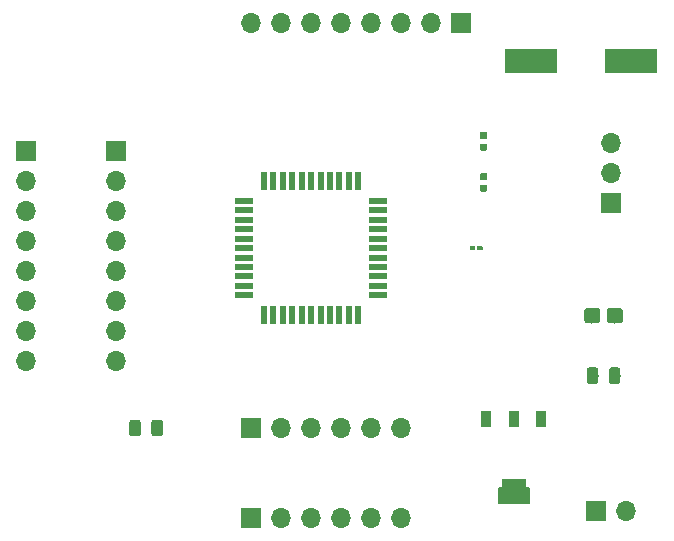
<source format=gbr>
G04 #@! TF.GenerationSoftware,KiCad,Pcbnew,(5.0.0-3-g5ebb6b6)*
G04 #@! TF.CreationDate,2021-02-23T05:46:04-05:00*
G04 #@! TF.ProjectId,PIC16F74Breakout,5049433136463734427265616B6F7574,rev?*
G04 #@! TF.SameCoordinates,Original*
G04 #@! TF.FileFunction,Soldermask,Top*
G04 #@! TF.FilePolarity,Negative*
%FSLAX46Y46*%
G04 Gerber Fmt 4.6, Leading zero omitted, Abs format (unit mm)*
G04 Created by KiCad (PCBNEW (5.0.0-3-g5ebb6b6)) date Tuesday, February 23, 2021 at 05:46:04 AM*
%MOMM*%
%LPD*%
G01*
G04 APERTURE LIST*
%ADD10C,0.150000*%
%ADD11R,0.889000X1.473200*%
%ADD12R,2.000000X1.500000*%
%ADD13C,0.100000*%
%ADD14C,0.590000*%
%ADD15C,0.400000*%
%ADD16C,1.300000*%
%ADD17R,1.500000X0.550000*%
%ADD18R,0.550000X1.500000*%
%ADD19R,1.700000X1.700000*%
%ADD20O,1.700000X1.700000*%
%ADD21C,0.975000*%
%ADD22R,4.500000X2.000000*%
G04 APERTURE END LIST*
D10*
G36*
X156845000Y-113665000D02*
X156845000Y-114935000D01*
X159385000Y-114935000D01*
X159385000Y-113665000D01*
X156845000Y-113665000D01*
G37*
X156845000Y-113665000D02*
X156845000Y-114935000D01*
X159385000Y-114935000D01*
X159385000Y-113665000D01*
X156845000Y-113665000D01*
D11*
G04 #@! TO.C,U1*
X160415000Y-107856000D03*
X158115000Y-107856000D03*
X155815000Y-107856000D03*
D12*
X158115000Y-113665000D03*
G04 #@! TD*
D13*
G04 #@! TO.C,C1*
G36*
X155761958Y-87970710D02*
X155776276Y-87972834D01*
X155790317Y-87976351D01*
X155803946Y-87981228D01*
X155817031Y-87987417D01*
X155829447Y-87994858D01*
X155841073Y-88003481D01*
X155851798Y-88013202D01*
X155861519Y-88023927D01*
X155870142Y-88035553D01*
X155877583Y-88047969D01*
X155883772Y-88061054D01*
X155888649Y-88074683D01*
X155892166Y-88088724D01*
X155894290Y-88103042D01*
X155895000Y-88117500D01*
X155895000Y-88412500D01*
X155894290Y-88426958D01*
X155892166Y-88441276D01*
X155888649Y-88455317D01*
X155883772Y-88468946D01*
X155877583Y-88482031D01*
X155870142Y-88494447D01*
X155861519Y-88506073D01*
X155851798Y-88516798D01*
X155841073Y-88526519D01*
X155829447Y-88535142D01*
X155817031Y-88542583D01*
X155803946Y-88548772D01*
X155790317Y-88553649D01*
X155776276Y-88557166D01*
X155761958Y-88559290D01*
X155747500Y-88560000D01*
X155402500Y-88560000D01*
X155388042Y-88559290D01*
X155373724Y-88557166D01*
X155359683Y-88553649D01*
X155346054Y-88548772D01*
X155332969Y-88542583D01*
X155320553Y-88535142D01*
X155308927Y-88526519D01*
X155298202Y-88516798D01*
X155288481Y-88506073D01*
X155279858Y-88494447D01*
X155272417Y-88482031D01*
X155266228Y-88468946D01*
X155261351Y-88455317D01*
X155257834Y-88441276D01*
X155255710Y-88426958D01*
X155255000Y-88412500D01*
X155255000Y-88117500D01*
X155255710Y-88103042D01*
X155257834Y-88088724D01*
X155261351Y-88074683D01*
X155266228Y-88061054D01*
X155272417Y-88047969D01*
X155279858Y-88035553D01*
X155288481Y-88023927D01*
X155298202Y-88013202D01*
X155308927Y-88003481D01*
X155320553Y-87994858D01*
X155332969Y-87987417D01*
X155346054Y-87981228D01*
X155359683Y-87976351D01*
X155373724Y-87972834D01*
X155388042Y-87970710D01*
X155402500Y-87970000D01*
X155747500Y-87970000D01*
X155761958Y-87970710D01*
X155761958Y-87970710D01*
G37*
D14*
X155575000Y-88265000D03*
D13*
G36*
X155761958Y-87000710D02*
X155776276Y-87002834D01*
X155790317Y-87006351D01*
X155803946Y-87011228D01*
X155817031Y-87017417D01*
X155829447Y-87024858D01*
X155841073Y-87033481D01*
X155851798Y-87043202D01*
X155861519Y-87053927D01*
X155870142Y-87065553D01*
X155877583Y-87077969D01*
X155883772Y-87091054D01*
X155888649Y-87104683D01*
X155892166Y-87118724D01*
X155894290Y-87133042D01*
X155895000Y-87147500D01*
X155895000Y-87442500D01*
X155894290Y-87456958D01*
X155892166Y-87471276D01*
X155888649Y-87485317D01*
X155883772Y-87498946D01*
X155877583Y-87512031D01*
X155870142Y-87524447D01*
X155861519Y-87536073D01*
X155851798Y-87546798D01*
X155841073Y-87556519D01*
X155829447Y-87565142D01*
X155817031Y-87572583D01*
X155803946Y-87578772D01*
X155790317Y-87583649D01*
X155776276Y-87587166D01*
X155761958Y-87589290D01*
X155747500Y-87590000D01*
X155402500Y-87590000D01*
X155388042Y-87589290D01*
X155373724Y-87587166D01*
X155359683Y-87583649D01*
X155346054Y-87578772D01*
X155332969Y-87572583D01*
X155320553Y-87565142D01*
X155308927Y-87556519D01*
X155298202Y-87546798D01*
X155288481Y-87536073D01*
X155279858Y-87524447D01*
X155272417Y-87512031D01*
X155266228Y-87498946D01*
X155261351Y-87485317D01*
X155257834Y-87471276D01*
X155255710Y-87456958D01*
X155255000Y-87442500D01*
X155255000Y-87147500D01*
X155255710Y-87133042D01*
X155257834Y-87118724D01*
X155261351Y-87104683D01*
X155266228Y-87091054D01*
X155272417Y-87077969D01*
X155279858Y-87065553D01*
X155288481Y-87053927D01*
X155298202Y-87043202D01*
X155308927Y-87033481D01*
X155320553Y-87024858D01*
X155332969Y-87017417D01*
X155346054Y-87011228D01*
X155359683Y-87006351D01*
X155373724Y-87002834D01*
X155388042Y-87000710D01*
X155402500Y-87000000D01*
X155747500Y-87000000D01*
X155761958Y-87000710D01*
X155761958Y-87000710D01*
G37*
D14*
X155575000Y-87295000D03*
G04 #@! TD*
D13*
G04 #@! TO.C,C2*
G36*
X155761958Y-83525710D02*
X155776276Y-83527834D01*
X155790317Y-83531351D01*
X155803946Y-83536228D01*
X155817031Y-83542417D01*
X155829447Y-83549858D01*
X155841073Y-83558481D01*
X155851798Y-83568202D01*
X155861519Y-83578927D01*
X155870142Y-83590553D01*
X155877583Y-83602969D01*
X155883772Y-83616054D01*
X155888649Y-83629683D01*
X155892166Y-83643724D01*
X155894290Y-83658042D01*
X155895000Y-83672500D01*
X155895000Y-83967500D01*
X155894290Y-83981958D01*
X155892166Y-83996276D01*
X155888649Y-84010317D01*
X155883772Y-84023946D01*
X155877583Y-84037031D01*
X155870142Y-84049447D01*
X155861519Y-84061073D01*
X155851798Y-84071798D01*
X155841073Y-84081519D01*
X155829447Y-84090142D01*
X155817031Y-84097583D01*
X155803946Y-84103772D01*
X155790317Y-84108649D01*
X155776276Y-84112166D01*
X155761958Y-84114290D01*
X155747500Y-84115000D01*
X155402500Y-84115000D01*
X155388042Y-84114290D01*
X155373724Y-84112166D01*
X155359683Y-84108649D01*
X155346054Y-84103772D01*
X155332969Y-84097583D01*
X155320553Y-84090142D01*
X155308927Y-84081519D01*
X155298202Y-84071798D01*
X155288481Y-84061073D01*
X155279858Y-84049447D01*
X155272417Y-84037031D01*
X155266228Y-84023946D01*
X155261351Y-84010317D01*
X155257834Y-83996276D01*
X155255710Y-83981958D01*
X155255000Y-83967500D01*
X155255000Y-83672500D01*
X155255710Y-83658042D01*
X155257834Y-83643724D01*
X155261351Y-83629683D01*
X155266228Y-83616054D01*
X155272417Y-83602969D01*
X155279858Y-83590553D01*
X155288481Y-83578927D01*
X155298202Y-83568202D01*
X155308927Y-83558481D01*
X155320553Y-83549858D01*
X155332969Y-83542417D01*
X155346054Y-83536228D01*
X155359683Y-83531351D01*
X155373724Y-83527834D01*
X155388042Y-83525710D01*
X155402500Y-83525000D01*
X155747500Y-83525000D01*
X155761958Y-83525710D01*
X155761958Y-83525710D01*
G37*
D14*
X155575000Y-83820000D03*
D13*
G36*
X155761958Y-84495710D02*
X155776276Y-84497834D01*
X155790317Y-84501351D01*
X155803946Y-84506228D01*
X155817031Y-84512417D01*
X155829447Y-84519858D01*
X155841073Y-84528481D01*
X155851798Y-84538202D01*
X155861519Y-84548927D01*
X155870142Y-84560553D01*
X155877583Y-84572969D01*
X155883772Y-84586054D01*
X155888649Y-84599683D01*
X155892166Y-84613724D01*
X155894290Y-84628042D01*
X155895000Y-84642500D01*
X155895000Y-84937500D01*
X155894290Y-84951958D01*
X155892166Y-84966276D01*
X155888649Y-84980317D01*
X155883772Y-84993946D01*
X155877583Y-85007031D01*
X155870142Y-85019447D01*
X155861519Y-85031073D01*
X155851798Y-85041798D01*
X155841073Y-85051519D01*
X155829447Y-85060142D01*
X155817031Y-85067583D01*
X155803946Y-85073772D01*
X155790317Y-85078649D01*
X155776276Y-85082166D01*
X155761958Y-85084290D01*
X155747500Y-85085000D01*
X155402500Y-85085000D01*
X155388042Y-85084290D01*
X155373724Y-85082166D01*
X155359683Y-85078649D01*
X155346054Y-85073772D01*
X155332969Y-85067583D01*
X155320553Y-85060142D01*
X155308927Y-85051519D01*
X155298202Y-85041798D01*
X155288481Y-85031073D01*
X155279858Y-85019447D01*
X155272417Y-85007031D01*
X155266228Y-84993946D01*
X155261351Y-84980317D01*
X155257834Y-84966276D01*
X155255710Y-84951958D01*
X155255000Y-84937500D01*
X155255000Y-84642500D01*
X155255710Y-84628042D01*
X155257834Y-84613724D01*
X155261351Y-84599683D01*
X155266228Y-84586054D01*
X155272417Y-84572969D01*
X155279858Y-84560553D01*
X155288481Y-84548927D01*
X155298202Y-84538202D01*
X155308927Y-84528481D01*
X155320553Y-84519858D01*
X155332969Y-84512417D01*
X155346054Y-84506228D01*
X155359683Y-84501351D01*
X155373724Y-84497834D01*
X155388042Y-84495710D01*
X155402500Y-84495000D01*
X155747500Y-84495000D01*
X155761958Y-84495710D01*
X155761958Y-84495710D01*
G37*
D14*
X155575000Y-84790000D03*
G04 #@! TD*
D13*
G04 #@! TO.C,C3*
G36*
X154759802Y-93145482D02*
X154769509Y-93146921D01*
X154779028Y-93149306D01*
X154788268Y-93152612D01*
X154797140Y-93156808D01*
X154805557Y-93161853D01*
X154813439Y-93167699D01*
X154820711Y-93174289D01*
X154827301Y-93181561D01*
X154833147Y-93189443D01*
X154838192Y-93197860D01*
X154842388Y-93206732D01*
X154845694Y-93215972D01*
X154848079Y-93225491D01*
X154849518Y-93235198D01*
X154850000Y-93245000D01*
X154850000Y-93445000D01*
X154849518Y-93454802D01*
X154848079Y-93464509D01*
X154845694Y-93474028D01*
X154842388Y-93483268D01*
X154838192Y-93492140D01*
X154833147Y-93500557D01*
X154827301Y-93508439D01*
X154820711Y-93515711D01*
X154813439Y-93522301D01*
X154805557Y-93528147D01*
X154797140Y-93533192D01*
X154788268Y-93537388D01*
X154779028Y-93540694D01*
X154769509Y-93543079D01*
X154759802Y-93544518D01*
X154750000Y-93545000D01*
X154490000Y-93545000D01*
X154480198Y-93544518D01*
X154470491Y-93543079D01*
X154460972Y-93540694D01*
X154451732Y-93537388D01*
X154442860Y-93533192D01*
X154434443Y-93528147D01*
X154426561Y-93522301D01*
X154419289Y-93515711D01*
X154412699Y-93508439D01*
X154406853Y-93500557D01*
X154401808Y-93492140D01*
X154397612Y-93483268D01*
X154394306Y-93474028D01*
X154391921Y-93464509D01*
X154390482Y-93454802D01*
X154390000Y-93445000D01*
X154390000Y-93245000D01*
X154390482Y-93235198D01*
X154391921Y-93225491D01*
X154394306Y-93215972D01*
X154397612Y-93206732D01*
X154401808Y-93197860D01*
X154406853Y-93189443D01*
X154412699Y-93181561D01*
X154419289Y-93174289D01*
X154426561Y-93167699D01*
X154434443Y-93161853D01*
X154442860Y-93156808D01*
X154451732Y-93152612D01*
X154460972Y-93149306D01*
X154470491Y-93146921D01*
X154480198Y-93145482D01*
X154490000Y-93145000D01*
X154750000Y-93145000D01*
X154759802Y-93145482D01*
X154759802Y-93145482D01*
G37*
D15*
X154620000Y-93345000D03*
D13*
G36*
X155399802Y-93145482D02*
X155409509Y-93146921D01*
X155419028Y-93149306D01*
X155428268Y-93152612D01*
X155437140Y-93156808D01*
X155445557Y-93161853D01*
X155453439Y-93167699D01*
X155460711Y-93174289D01*
X155467301Y-93181561D01*
X155473147Y-93189443D01*
X155478192Y-93197860D01*
X155482388Y-93206732D01*
X155485694Y-93215972D01*
X155488079Y-93225491D01*
X155489518Y-93235198D01*
X155490000Y-93245000D01*
X155490000Y-93445000D01*
X155489518Y-93454802D01*
X155488079Y-93464509D01*
X155485694Y-93474028D01*
X155482388Y-93483268D01*
X155478192Y-93492140D01*
X155473147Y-93500557D01*
X155467301Y-93508439D01*
X155460711Y-93515711D01*
X155453439Y-93522301D01*
X155445557Y-93528147D01*
X155437140Y-93533192D01*
X155428268Y-93537388D01*
X155419028Y-93540694D01*
X155409509Y-93543079D01*
X155399802Y-93544518D01*
X155390000Y-93545000D01*
X155130000Y-93545000D01*
X155120198Y-93544518D01*
X155110491Y-93543079D01*
X155100972Y-93540694D01*
X155091732Y-93537388D01*
X155082860Y-93533192D01*
X155074443Y-93528147D01*
X155066561Y-93522301D01*
X155059289Y-93515711D01*
X155052699Y-93508439D01*
X155046853Y-93500557D01*
X155041808Y-93492140D01*
X155037612Y-93483268D01*
X155034306Y-93474028D01*
X155031921Y-93464509D01*
X155030482Y-93454802D01*
X155030000Y-93445000D01*
X155030000Y-93245000D01*
X155030482Y-93235198D01*
X155031921Y-93225491D01*
X155034306Y-93215972D01*
X155037612Y-93206732D01*
X155041808Y-93197860D01*
X155046853Y-93189443D01*
X155052699Y-93181561D01*
X155059289Y-93174289D01*
X155066561Y-93167699D01*
X155074443Y-93161853D01*
X155082860Y-93156808D01*
X155091732Y-93152612D01*
X155100972Y-93149306D01*
X155110491Y-93146921D01*
X155120198Y-93145482D01*
X155130000Y-93145000D01*
X155390000Y-93145000D01*
X155399802Y-93145482D01*
X155399802Y-93145482D01*
G37*
D15*
X155260000Y-93345000D03*
G04 #@! TD*
D13*
G04 #@! TO.C,D1*
G36*
X165209504Y-98411204D02*
X165233773Y-98414804D01*
X165257571Y-98420765D01*
X165280671Y-98429030D01*
X165302849Y-98439520D01*
X165323893Y-98452133D01*
X165343598Y-98466747D01*
X165361777Y-98483223D01*
X165378253Y-98501402D01*
X165392867Y-98521107D01*
X165405480Y-98542151D01*
X165415970Y-98564329D01*
X165424235Y-98587429D01*
X165430196Y-98611227D01*
X165433796Y-98635496D01*
X165435000Y-98660000D01*
X165435000Y-99460000D01*
X165433796Y-99484504D01*
X165430196Y-99508773D01*
X165424235Y-99532571D01*
X165415970Y-99555671D01*
X165405480Y-99577849D01*
X165392867Y-99598893D01*
X165378253Y-99618598D01*
X165361777Y-99636777D01*
X165343598Y-99653253D01*
X165323893Y-99667867D01*
X165302849Y-99680480D01*
X165280671Y-99690970D01*
X165257571Y-99699235D01*
X165233773Y-99705196D01*
X165209504Y-99708796D01*
X165185000Y-99710000D01*
X164360000Y-99710000D01*
X164335496Y-99708796D01*
X164311227Y-99705196D01*
X164287429Y-99699235D01*
X164264329Y-99690970D01*
X164242151Y-99680480D01*
X164221107Y-99667867D01*
X164201402Y-99653253D01*
X164183223Y-99636777D01*
X164166747Y-99618598D01*
X164152133Y-99598893D01*
X164139520Y-99577849D01*
X164129030Y-99555671D01*
X164120765Y-99532571D01*
X164114804Y-99508773D01*
X164111204Y-99484504D01*
X164110000Y-99460000D01*
X164110000Y-98660000D01*
X164111204Y-98635496D01*
X164114804Y-98611227D01*
X164120765Y-98587429D01*
X164129030Y-98564329D01*
X164139520Y-98542151D01*
X164152133Y-98521107D01*
X164166747Y-98501402D01*
X164183223Y-98483223D01*
X164201402Y-98466747D01*
X164221107Y-98452133D01*
X164242151Y-98439520D01*
X164264329Y-98429030D01*
X164287429Y-98420765D01*
X164311227Y-98414804D01*
X164335496Y-98411204D01*
X164360000Y-98410000D01*
X165185000Y-98410000D01*
X165209504Y-98411204D01*
X165209504Y-98411204D01*
G37*
D16*
X164772500Y-99060000D03*
D13*
G36*
X167134504Y-98411204D02*
X167158773Y-98414804D01*
X167182571Y-98420765D01*
X167205671Y-98429030D01*
X167227849Y-98439520D01*
X167248893Y-98452133D01*
X167268598Y-98466747D01*
X167286777Y-98483223D01*
X167303253Y-98501402D01*
X167317867Y-98521107D01*
X167330480Y-98542151D01*
X167340970Y-98564329D01*
X167349235Y-98587429D01*
X167355196Y-98611227D01*
X167358796Y-98635496D01*
X167360000Y-98660000D01*
X167360000Y-99460000D01*
X167358796Y-99484504D01*
X167355196Y-99508773D01*
X167349235Y-99532571D01*
X167340970Y-99555671D01*
X167330480Y-99577849D01*
X167317867Y-99598893D01*
X167303253Y-99618598D01*
X167286777Y-99636777D01*
X167268598Y-99653253D01*
X167248893Y-99667867D01*
X167227849Y-99680480D01*
X167205671Y-99690970D01*
X167182571Y-99699235D01*
X167158773Y-99705196D01*
X167134504Y-99708796D01*
X167110000Y-99710000D01*
X166285000Y-99710000D01*
X166260496Y-99708796D01*
X166236227Y-99705196D01*
X166212429Y-99699235D01*
X166189329Y-99690970D01*
X166167151Y-99680480D01*
X166146107Y-99667867D01*
X166126402Y-99653253D01*
X166108223Y-99636777D01*
X166091747Y-99618598D01*
X166077133Y-99598893D01*
X166064520Y-99577849D01*
X166054030Y-99555671D01*
X166045765Y-99532571D01*
X166039804Y-99508773D01*
X166036204Y-99484504D01*
X166035000Y-99460000D01*
X166035000Y-98660000D01*
X166036204Y-98635496D01*
X166039804Y-98611227D01*
X166045765Y-98587429D01*
X166054030Y-98564329D01*
X166064520Y-98542151D01*
X166077133Y-98521107D01*
X166091747Y-98501402D01*
X166108223Y-98483223D01*
X166126402Y-98466747D01*
X166146107Y-98452133D01*
X166167151Y-98439520D01*
X166189329Y-98429030D01*
X166212429Y-98420765D01*
X166236227Y-98414804D01*
X166260496Y-98411204D01*
X166285000Y-98410000D01*
X167110000Y-98410000D01*
X167134504Y-98411204D01*
X167134504Y-98411204D01*
G37*
D16*
X166697500Y-99060000D03*
G04 #@! TD*
D17*
G04 #@! TO.C,IC1*
X135270000Y-89345000D03*
X135270000Y-90145000D03*
X135270000Y-90945000D03*
X135270000Y-91745000D03*
X135270000Y-92545000D03*
X135270000Y-93345000D03*
X135270000Y-94145000D03*
X135270000Y-94945000D03*
X135270000Y-95745000D03*
X135270000Y-96545000D03*
X135270000Y-97345000D03*
D18*
X136970000Y-99045000D03*
X137770000Y-99045000D03*
X138570000Y-99045000D03*
X139370000Y-99045000D03*
X140170000Y-99045000D03*
X140970000Y-99045000D03*
X141770000Y-99045000D03*
X142570000Y-99045000D03*
X143370000Y-99045000D03*
X144170000Y-99045000D03*
X144970000Y-99045000D03*
D17*
X146670000Y-97345000D03*
X146670000Y-96545000D03*
X146670000Y-95745000D03*
X146670000Y-94945000D03*
X146670000Y-94145000D03*
X146670000Y-93345000D03*
X146670000Y-92545000D03*
X146670000Y-91745000D03*
X146670000Y-90945000D03*
X146670000Y-90145000D03*
X146670000Y-89345000D03*
D18*
X144970000Y-87645000D03*
X144170000Y-87645000D03*
X143370000Y-87645000D03*
X142570000Y-87645000D03*
X141770000Y-87645000D03*
X140970000Y-87645000D03*
X140170000Y-87645000D03*
X139370000Y-87645000D03*
X138570000Y-87645000D03*
X137770000Y-87645000D03*
X136970000Y-87645000D03*
G04 #@! TD*
D19*
G04 #@! TO.C,J1*
X135890000Y-116205000D03*
D20*
X138430000Y-116205000D03*
X140970000Y-116205000D03*
X143510000Y-116205000D03*
X146050000Y-116205000D03*
X148590000Y-116205000D03*
G04 #@! TD*
D19*
G04 #@! TO.C,J2*
X165100000Y-115570000D03*
D20*
X167640000Y-115570000D03*
G04 #@! TD*
D19*
G04 #@! TO.C,J3*
X116840000Y-85090000D03*
D20*
X116840000Y-87630000D03*
X116840000Y-90170000D03*
X116840000Y-92710000D03*
X116840000Y-95250000D03*
X116840000Y-97790000D03*
X116840000Y-100330000D03*
X116840000Y-102870000D03*
G04 #@! TD*
G04 #@! TO.C,J4*
X148590000Y-108585000D03*
X146050000Y-108585000D03*
X143510000Y-108585000D03*
X140970000Y-108585000D03*
X138430000Y-108585000D03*
D19*
X135890000Y-108585000D03*
G04 #@! TD*
G04 #@! TO.C,J5*
X124460000Y-85090000D03*
D20*
X124460000Y-87630000D03*
X124460000Y-90170000D03*
X124460000Y-92710000D03*
X124460000Y-95250000D03*
X124460000Y-97790000D03*
X124460000Y-100330000D03*
X124460000Y-102870000D03*
G04 #@! TD*
G04 #@! TO.C,J6*
X135890000Y-74295000D03*
X138430000Y-74295000D03*
X140970000Y-74295000D03*
X143510000Y-74295000D03*
X146050000Y-74295000D03*
X148590000Y-74295000D03*
X151130000Y-74295000D03*
D19*
X153670000Y-74295000D03*
G04 #@! TD*
G04 #@! TO.C,J7*
X166370000Y-89535000D03*
D20*
X166370000Y-86995000D03*
X166370000Y-84455000D03*
G04 #@! TD*
D13*
G04 #@! TO.C,R1*
G36*
X126330142Y-107886174D02*
X126353803Y-107889684D01*
X126377007Y-107895496D01*
X126399529Y-107903554D01*
X126421153Y-107913782D01*
X126441670Y-107926079D01*
X126460883Y-107940329D01*
X126478607Y-107956393D01*
X126494671Y-107974117D01*
X126508921Y-107993330D01*
X126521218Y-108013847D01*
X126531446Y-108035471D01*
X126539504Y-108057993D01*
X126545316Y-108081197D01*
X126548826Y-108104858D01*
X126550000Y-108128750D01*
X126550000Y-109041250D01*
X126548826Y-109065142D01*
X126545316Y-109088803D01*
X126539504Y-109112007D01*
X126531446Y-109134529D01*
X126521218Y-109156153D01*
X126508921Y-109176670D01*
X126494671Y-109195883D01*
X126478607Y-109213607D01*
X126460883Y-109229671D01*
X126441670Y-109243921D01*
X126421153Y-109256218D01*
X126399529Y-109266446D01*
X126377007Y-109274504D01*
X126353803Y-109280316D01*
X126330142Y-109283826D01*
X126306250Y-109285000D01*
X125818750Y-109285000D01*
X125794858Y-109283826D01*
X125771197Y-109280316D01*
X125747993Y-109274504D01*
X125725471Y-109266446D01*
X125703847Y-109256218D01*
X125683330Y-109243921D01*
X125664117Y-109229671D01*
X125646393Y-109213607D01*
X125630329Y-109195883D01*
X125616079Y-109176670D01*
X125603782Y-109156153D01*
X125593554Y-109134529D01*
X125585496Y-109112007D01*
X125579684Y-109088803D01*
X125576174Y-109065142D01*
X125575000Y-109041250D01*
X125575000Y-108128750D01*
X125576174Y-108104858D01*
X125579684Y-108081197D01*
X125585496Y-108057993D01*
X125593554Y-108035471D01*
X125603782Y-108013847D01*
X125616079Y-107993330D01*
X125630329Y-107974117D01*
X125646393Y-107956393D01*
X125664117Y-107940329D01*
X125683330Y-107926079D01*
X125703847Y-107913782D01*
X125725471Y-107903554D01*
X125747993Y-107895496D01*
X125771197Y-107889684D01*
X125794858Y-107886174D01*
X125818750Y-107885000D01*
X126306250Y-107885000D01*
X126330142Y-107886174D01*
X126330142Y-107886174D01*
G37*
D21*
X126062500Y-108585000D03*
D13*
G36*
X128205142Y-107886174D02*
X128228803Y-107889684D01*
X128252007Y-107895496D01*
X128274529Y-107903554D01*
X128296153Y-107913782D01*
X128316670Y-107926079D01*
X128335883Y-107940329D01*
X128353607Y-107956393D01*
X128369671Y-107974117D01*
X128383921Y-107993330D01*
X128396218Y-108013847D01*
X128406446Y-108035471D01*
X128414504Y-108057993D01*
X128420316Y-108081197D01*
X128423826Y-108104858D01*
X128425000Y-108128750D01*
X128425000Y-109041250D01*
X128423826Y-109065142D01*
X128420316Y-109088803D01*
X128414504Y-109112007D01*
X128406446Y-109134529D01*
X128396218Y-109156153D01*
X128383921Y-109176670D01*
X128369671Y-109195883D01*
X128353607Y-109213607D01*
X128335883Y-109229671D01*
X128316670Y-109243921D01*
X128296153Y-109256218D01*
X128274529Y-109266446D01*
X128252007Y-109274504D01*
X128228803Y-109280316D01*
X128205142Y-109283826D01*
X128181250Y-109285000D01*
X127693750Y-109285000D01*
X127669858Y-109283826D01*
X127646197Y-109280316D01*
X127622993Y-109274504D01*
X127600471Y-109266446D01*
X127578847Y-109256218D01*
X127558330Y-109243921D01*
X127539117Y-109229671D01*
X127521393Y-109213607D01*
X127505329Y-109195883D01*
X127491079Y-109176670D01*
X127478782Y-109156153D01*
X127468554Y-109134529D01*
X127460496Y-109112007D01*
X127454684Y-109088803D01*
X127451174Y-109065142D01*
X127450000Y-109041250D01*
X127450000Y-108128750D01*
X127451174Y-108104858D01*
X127454684Y-108081197D01*
X127460496Y-108057993D01*
X127468554Y-108035471D01*
X127478782Y-108013847D01*
X127491079Y-107993330D01*
X127505329Y-107974117D01*
X127521393Y-107956393D01*
X127539117Y-107940329D01*
X127558330Y-107926079D01*
X127578847Y-107913782D01*
X127600471Y-107903554D01*
X127622993Y-107895496D01*
X127646197Y-107889684D01*
X127669858Y-107886174D01*
X127693750Y-107885000D01*
X128181250Y-107885000D01*
X128205142Y-107886174D01*
X128205142Y-107886174D01*
G37*
D21*
X127937500Y-108585000D03*
G04 #@! TD*
D13*
G04 #@! TO.C,R2*
G36*
X165065142Y-103441174D02*
X165088803Y-103444684D01*
X165112007Y-103450496D01*
X165134529Y-103458554D01*
X165156153Y-103468782D01*
X165176670Y-103481079D01*
X165195883Y-103495329D01*
X165213607Y-103511393D01*
X165229671Y-103529117D01*
X165243921Y-103548330D01*
X165256218Y-103568847D01*
X165266446Y-103590471D01*
X165274504Y-103612993D01*
X165280316Y-103636197D01*
X165283826Y-103659858D01*
X165285000Y-103683750D01*
X165285000Y-104596250D01*
X165283826Y-104620142D01*
X165280316Y-104643803D01*
X165274504Y-104667007D01*
X165266446Y-104689529D01*
X165256218Y-104711153D01*
X165243921Y-104731670D01*
X165229671Y-104750883D01*
X165213607Y-104768607D01*
X165195883Y-104784671D01*
X165176670Y-104798921D01*
X165156153Y-104811218D01*
X165134529Y-104821446D01*
X165112007Y-104829504D01*
X165088803Y-104835316D01*
X165065142Y-104838826D01*
X165041250Y-104840000D01*
X164553750Y-104840000D01*
X164529858Y-104838826D01*
X164506197Y-104835316D01*
X164482993Y-104829504D01*
X164460471Y-104821446D01*
X164438847Y-104811218D01*
X164418330Y-104798921D01*
X164399117Y-104784671D01*
X164381393Y-104768607D01*
X164365329Y-104750883D01*
X164351079Y-104731670D01*
X164338782Y-104711153D01*
X164328554Y-104689529D01*
X164320496Y-104667007D01*
X164314684Y-104643803D01*
X164311174Y-104620142D01*
X164310000Y-104596250D01*
X164310000Y-103683750D01*
X164311174Y-103659858D01*
X164314684Y-103636197D01*
X164320496Y-103612993D01*
X164328554Y-103590471D01*
X164338782Y-103568847D01*
X164351079Y-103548330D01*
X164365329Y-103529117D01*
X164381393Y-103511393D01*
X164399117Y-103495329D01*
X164418330Y-103481079D01*
X164438847Y-103468782D01*
X164460471Y-103458554D01*
X164482993Y-103450496D01*
X164506197Y-103444684D01*
X164529858Y-103441174D01*
X164553750Y-103440000D01*
X165041250Y-103440000D01*
X165065142Y-103441174D01*
X165065142Y-103441174D01*
G37*
D21*
X164797500Y-104140000D03*
D13*
G36*
X166940142Y-103441174D02*
X166963803Y-103444684D01*
X166987007Y-103450496D01*
X167009529Y-103458554D01*
X167031153Y-103468782D01*
X167051670Y-103481079D01*
X167070883Y-103495329D01*
X167088607Y-103511393D01*
X167104671Y-103529117D01*
X167118921Y-103548330D01*
X167131218Y-103568847D01*
X167141446Y-103590471D01*
X167149504Y-103612993D01*
X167155316Y-103636197D01*
X167158826Y-103659858D01*
X167160000Y-103683750D01*
X167160000Y-104596250D01*
X167158826Y-104620142D01*
X167155316Y-104643803D01*
X167149504Y-104667007D01*
X167141446Y-104689529D01*
X167131218Y-104711153D01*
X167118921Y-104731670D01*
X167104671Y-104750883D01*
X167088607Y-104768607D01*
X167070883Y-104784671D01*
X167051670Y-104798921D01*
X167031153Y-104811218D01*
X167009529Y-104821446D01*
X166987007Y-104829504D01*
X166963803Y-104835316D01*
X166940142Y-104838826D01*
X166916250Y-104840000D01*
X166428750Y-104840000D01*
X166404858Y-104838826D01*
X166381197Y-104835316D01*
X166357993Y-104829504D01*
X166335471Y-104821446D01*
X166313847Y-104811218D01*
X166293330Y-104798921D01*
X166274117Y-104784671D01*
X166256393Y-104768607D01*
X166240329Y-104750883D01*
X166226079Y-104731670D01*
X166213782Y-104711153D01*
X166203554Y-104689529D01*
X166195496Y-104667007D01*
X166189684Y-104643803D01*
X166186174Y-104620142D01*
X166185000Y-104596250D01*
X166185000Y-103683750D01*
X166186174Y-103659858D01*
X166189684Y-103636197D01*
X166195496Y-103612993D01*
X166203554Y-103590471D01*
X166213782Y-103568847D01*
X166226079Y-103548330D01*
X166240329Y-103529117D01*
X166256393Y-103511393D01*
X166274117Y-103495329D01*
X166293330Y-103481079D01*
X166313847Y-103468782D01*
X166335471Y-103458554D01*
X166357993Y-103450496D01*
X166381197Y-103444684D01*
X166404858Y-103441174D01*
X166428750Y-103440000D01*
X166916250Y-103440000D01*
X166940142Y-103441174D01*
X166940142Y-103441174D01*
G37*
D21*
X166672500Y-104140000D03*
G04 #@! TD*
D22*
G04 #@! TO.C,Y1*
X168080000Y-77470000D03*
X159580000Y-77470000D03*
G04 #@! TD*
M02*

</source>
